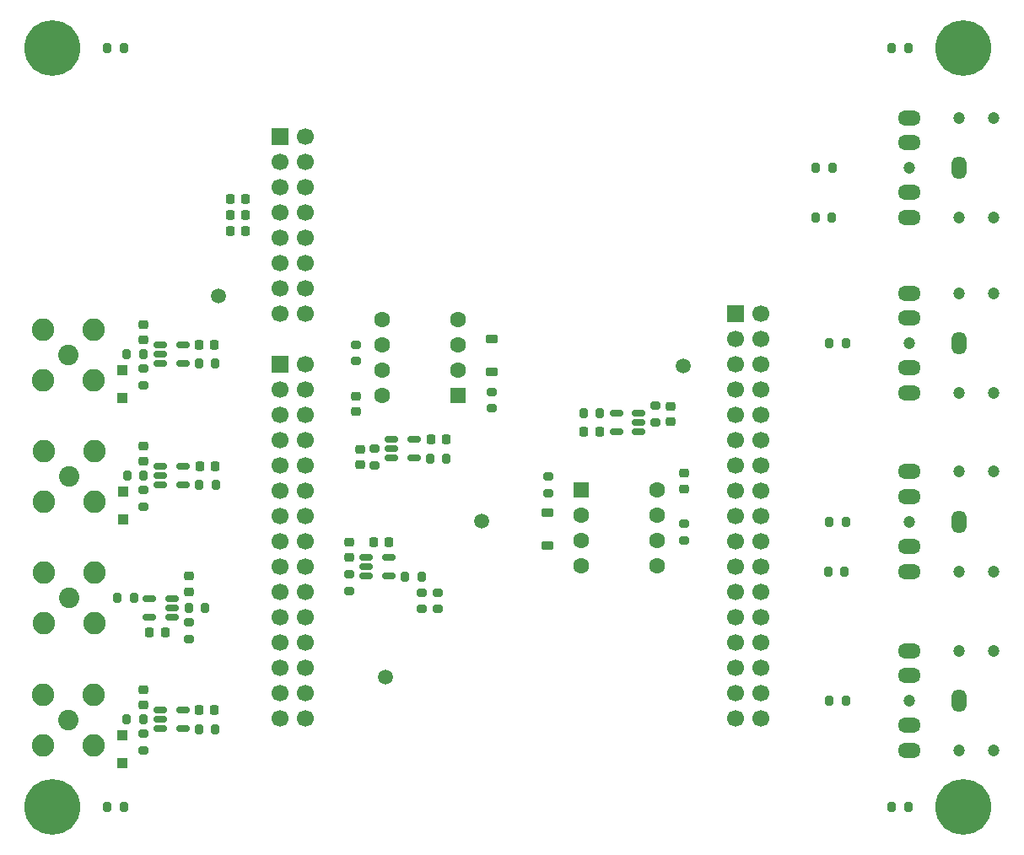
<source format=gbr>
%TF.GenerationSoftware,KiCad,Pcbnew,9.0.2*%
%TF.CreationDate,2025-06-26T21:31:22-07:00*%
%TF.ProjectId,tdm_b1,74646d5f-6231-42e6-9b69-6361645f7063,rev?*%
%TF.SameCoordinates,Original*%
%TF.FileFunction,Soldermask,Top*%
%TF.FilePolarity,Negative*%
%FSLAX46Y46*%
G04 Gerber Fmt 4.6, Leading zero omitted, Abs format (unit mm)*
G04 Created by KiCad (PCBNEW 9.0.2) date 2025-06-26 21:31:22*
%MOMM*%
%LPD*%
G01*
G04 APERTURE LIST*
G04 Aperture macros list*
%AMRoundRect*
0 Rectangle with rounded corners*
0 $1 Rounding radius*
0 $2 $3 $4 $5 $6 $7 $8 $9 X,Y pos of 4 corners*
0 Add a 4 corners polygon primitive as box body*
4,1,4,$2,$3,$4,$5,$6,$7,$8,$9,$2,$3,0*
0 Add four circle primitives for the rounded corners*
1,1,$1+$1,$2,$3*
1,1,$1+$1,$4,$5*
1,1,$1+$1,$6,$7*
1,1,$1+$1,$8,$9*
0 Add four rect primitives between the rounded corners*
20,1,$1+$1,$2,$3,$4,$5,0*
20,1,$1+$1,$4,$5,$6,$7,0*
20,1,$1+$1,$6,$7,$8,$9,0*
20,1,$1+$1,$8,$9,$2,$3,0*%
G04 Aperture macros list end*
%ADD10C,5.600000*%
%ADD11RoundRect,0.200000X0.275000X-0.200000X0.275000X0.200000X-0.275000X0.200000X-0.275000X-0.200000X0*%
%ADD12RoundRect,0.150000X-0.512500X-0.150000X0.512500X-0.150000X0.512500X0.150000X-0.512500X0.150000X0*%
%ADD13C,2.050000*%
%ADD14C,2.250000*%
%ADD15RoundRect,0.250000X-0.300000X0.300000X-0.300000X-0.300000X0.300000X-0.300000X0.300000X0.300000X0*%
%ADD16RoundRect,0.225000X0.250000X-0.225000X0.250000X0.225000X-0.250000X0.225000X-0.250000X-0.225000X0*%
%ADD17RoundRect,0.225000X0.225000X0.250000X-0.225000X0.250000X-0.225000X-0.250000X0.225000X-0.250000X0*%
%ADD18RoundRect,0.225000X-0.250000X0.225000X-0.250000X-0.225000X0.250000X-0.225000X0.250000X0.225000X0*%
%ADD19RoundRect,0.200000X-0.200000X-0.275000X0.200000X-0.275000X0.200000X0.275000X-0.200000X0.275000X0*%
%ADD20RoundRect,0.225000X-0.225000X-0.250000X0.225000X-0.250000X0.225000X0.250000X-0.225000X0.250000X0*%
%ADD21C,1.200000*%
%ADD22O,2.300000X1.500000*%
%ADD23O,1.500000X2.300000*%
%ADD24R,1.700000X1.700000*%
%ADD25C,1.700000*%
%ADD26RoundRect,0.150000X0.512500X0.150000X-0.512500X0.150000X-0.512500X-0.150000X0.512500X-0.150000X0*%
%ADD27RoundRect,0.200000X-0.275000X0.200000X-0.275000X-0.200000X0.275000X-0.200000X0.275000X0.200000X0*%
%ADD28RoundRect,0.200000X0.200000X0.275000X-0.200000X0.275000X-0.200000X-0.275000X0.200000X-0.275000X0*%
%ADD29C,1.500000*%
%ADD30RoundRect,0.225000X0.375000X-0.225000X0.375000X0.225000X-0.375000X0.225000X-0.375000X-0.225000X0*%
%ADD31RoundRect,0.250000X0.550000X0.550000X-0.550000X0.550000X-0.550000X-0.550000X0.550000X-0.550000X0*%
%ADD32C,1.600000*%
%ADD33RoundRect,0.225000X-0.375000X0.225000X-0.375000X-0.225000X0.375000X-0.225000X0.375000X0.225000X0*%
%ADD34RoundRect,0.250000X-0.550000X-0.550000X0.550000X-0.550000X0.550000X0.550000X-0.550000X0.550000X0*%
G04 APERTURE END LIST*
D10*
%TO.C,H2*%
X185420000Y-143510000D03*
%TD*%
D11*
%TO.C,R39*%
X143733600Y-112026200D03*
X143733600Y-110376200D03*
%TD*%
D12*
%TO.C,U9*%
X128001600Y-106608800D03*
X128001600Y-107558800D03*
X128001600Y-108508800D03*
X130276600Y-108508800D03*
X130276600Y-106608800D03*
%TD*%
D13*
%TO.C,J11*%
X95631200Y-98132600D03*
D14*
X93091200Y-95592600D03*
X93091200Y-100672600D03*
X98171200Y-95592600D03*
X98171200Y-100672600D03*
%TD*%
D15*
%TO.C,D1*%
X101079200Y-111845600D03*
X101079200Y-114645600D03*
%TD*%
%TO.C,D2*%
X101041400Y-99653600D03*
X101041400Y-102453600D03*
%TD*%
D16*
%TO.C,C28*%
X157398800Y-111582800D03*
X157398800Y-110032800D03*
%TD*%
D17*
%TO.C,C29*%
X113360200Y-84124800D03*
X111810200Y-84124800D03*
%TD*%
D10*
%TO.C,H3*%
X185420000Y-67310000D03*
%TD*%
D18*
%TO.C,C33*%
X124439600Y-102285200D03*
X124439600Y-103835200D03*
%TD*%
D19*
%TO.C,R49*%
X170625000Y-79320400D03*
X172275000Y-79320400D03*
%TD*%
D20*
%TO.C,C35*%
X131957900Y-106593600D03*
X133507900Y-106593600D03*
%TD*%
D19*
%TO.C,R28*%
X101461000Y-134762400D03*
X103111000Y-134762400D03*
%TD*%
D10*
%TO.C,H4*%
X93980000Y-67310000D03*
%TD*%
D21*
%TO.C,J4*%
X188471800Y-74320400D03*
X184971800Y-74320400D03*
X179971800Y-79320400D03*
X188471800Y-84320400D03*
X184971800Y-84320400D03*
D22*
X179971800Y-76820400D03*
X179971800Y-81820400D03*
X179971800Y-84320400D03*
D23*
X184971800Y-79320400D03*
D22*
X179971800Y-74320400D03*
%TD*%
D19*
%TO.C,R48*%
X171971200Y-114873400D03*
X173621200Y-114873400D03*
%TD*%
D24*
%TO.C,J9*%
X116840000Y-99060000D03*
D25*
X119380000Y-99060000D03*
X116840000Y-101600000D03*
X119380000Y-101600000D03*
X116840000Y-104140000D03*
X119380000Y-104140000D03*
X116840000Y-106680000D03*
X119380000Y-106680000D03*
X116840000Y-109220000D03*
X119380000Y-109220000D03*
X116840000Y-111760000D03*
X119380000Y-111760000D03*
X116840000Y-114300000D03*
X119380000Y-114300000D03*
X116840000Y-116840000D03*
X119380000Y-116840000D03*
X116840000Y-119380000D03*
X119380000Y-119380000D03*
X116840000Y-121920000D03*
X119380000Y-121920000D03*
X116840000Y-124460000D03*
X119380000Y-124460000D03*
X116840000Y-127000000D03*
X119380000Y-127000000D03*
X116840000Y-129540000D03*
X119380000Y-129540000D03*
X116840000Y-132080000D03*
X119380000Y-132080000D03*
X116840000Y-134620000D03*
X119380000Y-134620000D03*
%TD*%
D19*
%TO.C,R27*%
X108687800Y-99034600D03*
X110337800Y-99034600D03*
%TD*%
D26*
%TO.C,U7*%
X152857200Y-105867200D03*
X152857200Y-104917200D03*
X152857200Y-103967200D03*
X150582200Y-103967200D03*
X150582200Y-105867200D03*
%TD*%
D16*
%TO.C,C17*%
X103136600Y-108826600D03*
X103136600Y-107276600D03*
%TD*%
D19*
%TO.C,R3*%
X99505000Y-143510000D03*
X101155000Y-143510000D03*
%TD*%
%TO.C,R51*%
X131908700Y-108524000D03*
X133558700Y-108524000D03*
%TD*%
D16*
%TO.C,C25*%
X123799600Y-118478400D03*
X123799600Y-116928400D03*
%TD*%
D24*
%TO.C,J8*%
X116840000Y-76200000D03*
D25*
X119380000Y-76200000D03*
X116840000Y-78740000D03*
X119380000Y-78740000D03*
X116840000Y-81280000D03*
X119380000Y-81280000D03*
X116840000Y-83820000D03*
X119380000Y-83820000D03*
X116840000Y-86360000D03*
X119380000Y-86360000D03*
X116840000Y-88900000D03*
X119380000Y-88900000D03*
X116840000Y-91440000D03*
X119380000Y-91440000D03*
X116840000Y-93980000D03*
X119380000Y-93980000D03*
%TD*%
D26*
%TO.C,U5*%
X106026700Y-124485600D03*
X106026700Y-123535600D03*
X106026700Y-122585600D03*
X103751700Y-122585600D03*
X103751700Y-124485600D03*
%TD*%
D12*
%TO.C,U6*%
X125494700Y-118442400D03*
X125494700Y-119392400D03*
X125494700Y-120342400D03*
X127769700Y-120342400D03*
X127769700Y-118442400D03*
%TD*%
D21*
%TO.C,J2*%
X188471800Y-109873400D03*
X184971800Y-109873400D03*
X179971800Y-114873400D03*
X188471800Y-119873400D03*
X184971800Y-119873400D03*
D22*
X179971800Y-112373400D03*
X179971800Y-117373400D03*
X179971800Y-119873400D03*
D23*
X184971800Y-114873400D03*
D22*
X179971800Y-109873400D03*
%TD*%
D11*
%TO.C,R45*%
X124439600Y-98754200D03*
X124439600Y-97104200D03*
%TD*%
D17*
%TO.C,C26*%
X127801200Y-116928600D03*
X126251200Y-116928600D03*
%TD*%
D11*
%TO.C,R26*%
X103098800Y-101167200D03*
X103098800Y-99517200D03*
%TD*%
D27*
%TO.C,R40*%
X157398800Y-115113800D03*
X157398800Y-116763800D03*
%TD*%
D28*
%TO.C,R5*%
X179895000Y-67310000D03*
X178245000Y-67310000D03*
%TD*%
%TO.C,R33*%
X102170400Y-122570400D03*
X100520400Y-122570400D03*
%TD*%
D11*
%TO.C,R29*%
X103098800Y-137834800D03*
X103098800Y-136184800D03*
%TD*%
D17*
%TO.C,C30*%
X113360200Y-82499200D03*
X111810200Y-82499200D03*
%TD*%
%TO.C,C27*%
X113360200Y-85725000D03*
X111810200Y-85725000D03*
%TD*%
D29*
%TO.C,TP2*%
X110693200Y-92202000D03*
%TD*%
D16*
%TO.C,C31*%
X156012300Y-104867000D03*
X156012300Y-103317000D03*
%TD*%
D19*
%TO.C,R24*%
X108725600Y-111226600D03*
X110375600Y-111226600D03*
%TD*%
D28*
%TO.C,R38*%
X173494200Y-119888000D03*
X171844200Y-119888000D03*
%TD*%
D16*
%TO.C,C23*%
X107708600Y-121897600D03*
X107708600Y-120347600D03*
%TD*%
D19*
%TO.C,R22*%
X101498800Y-110286800D03*
X103148800Y-110286800D03*
%TD*%
D11*
%TO.C,R23*%
X103136600Y-113359200D03*
X103136600Y-111709200D03*
%TD*%
D20*
%TO.C,C22*%
X108724600Y-133797200D03*
X110274600Y-133797200D03*
%TD*%
D19*
%TO.C,R50*%
X171971200Y-96930200D03*
X173621200Y-96930200D03*
%TD*%
D15*
%TO.C,D3*%
X101041400Y-136321200D03*
X101041400Y-139121200D03*
%TD*%
D19*
%TO.C,R36*%
X129388600Y-120383000D03*
X131038600Y-120383000D03*
%TD*%
D12*
%TO.C,U3*%
X104806100Y-97119400D03*
X104806100Y-98069400D03*
X104806100Y-99019400D03*
X107081100Y-99019400D03*
X107081100Y-97119400D03*
%TD*%
D21*
%TO.C,J3*%
X188471800Y-127842000D03*
X184971800Y-127842000D03*
X179971800Y-132842000D03*
X188471800Y-137842000D03*
X184971800Y-137842000D03*
D22*
X179971800Y-130342000D03*
X179971800Y-135342000D03*
X179971800Y-137842000D03*
D23*
X184971800Y-132842000D03*
D22*
X179971800Y-127842000D03*
%TD*%
D29*
%TO.C,TP3*%
X157276800Y-99263200D03*
%TD*%
D16*
%TO.C,C21*%
X103098800Y-133302200D03*
X103098800Y-131752200D03*
%TD*%
D29*
%TO.C,TP4*%
X137058400Y-114858800D03*
%TD*%
D19*
%TO.C,R47*%
X171971200Y-132867400D03*
X173621200Y-132867400D03*
%TD*%
D17*
%TO.C,C32*%
X148900900Y-105882400D03*
X147350900Y-105882400D03*
%TD*%
D28*
%TO.C,R4*%
X179895000Y-143510000D03*
X178245000Y-143510000D03*
%TD*%
D19*
%TO.C,R6*%
X99505000Y-67310000D03*
X101155000Y-67310000D03*
%TD*%
D12*
%TO.C,U2*%
X104843900Y-109311400D03*
X104843900Y-110261400D03*
X104843900Y-111211400D03*
X107118900Y-111211400D03*
X107118900Y-109311400D03*
%TD*%
D30*
%TO.C,D5*%
X138130200Y-99846400D03*
X138130200Y-96546400D03*
%TD*%
D28*
%TO.C,R31*%
X109307800Y-123510200D03*
X107657800Y-123510200D03*
%TD*%
D11*
%TO.C,R35*%
X123812800Y-121830400D03*
X123812800Y-120180400D03*
%TD*%
D20*
%TO.C,C20*%
X108724600Y-97129600D03*
X110274600Y-97129600D03*
%TD*%
D12*
%TO.C,U4*%
X104806100Y-133787000D03*
X104806100Y-134737000D03*
X104806100Y-135687000D03*
X107081100Y-135687000D03*
X107081100Y-133787000D03*
%TD*%
D27*
%TO.C,R34*%
X132638800Y-121984000D03*
X132638800Y-123634000D03*
%TD*%
D16*
%TO.C,C19*%
X103098800Y-96634600D03*
X103098800Y-95084600D03*
%TD*%
D21*
%TO.C,J5*%
X188471800Y-91930200D03*
X184971800Y-91930200D03*
X179971800Y-96930200D03*
X188471800Y-101930200D03*
X184971800Y-101930200D03*
D22*
X179971800Y-94430200D03*
X179971800Y-99430200D03*
X179971800Y-101930200D03*
D23*
X184971800Y-96930200D03*
D22*
X179971800Y-91930200D03*
%TD*%
D27*
%TO.C,R44*%
X138104800Y-101841800D03*
X138104800Y-103491800D03*
%TD*%
D20*
%TO.C,C18*%
X108762400Y-109321600D03*
X110312400Y-109321600D03*
%TD*%
D13*
%TO.C,J10*%
X95669000Y-110324600D03*
D14*
X93129000Y-107784600D03*
X93129000Y-112864600D03*
X98209000Y-107784600D03*
X98209000Y-112864600D03*
%TD*%
D10*
%TO.C,H1*%
X93980000Y-143510000D03*
%TD*%
D27*
%TO.C,R37*%
X131064000Y-121984000D03*
X131064000Y-123634000D03*
%TD*%
%TO.C,R41*%
X154513700Y-103267200D03*
X154513700Y-104917200D03*
%TD*%
D11*
%TO.C,R32*%
X107708600Y-126672000D03*
X107708600Y-125022000D03*
%TD*%
D13*
%TO.C,J13*%
X95631200Y-134800200D03*
D14*
X93091200Y-132260200D03*
X93091200Y-137340200D03*
X98171200Y-132260200D03*
X98171200Y-137340200D03*
%TD*%
D13*
%TO.C,J12*%
X95669000Y-122570400D03*
D14*
X93129000Y-120030400D03*
X93129000Y-125110400D03*
X98209000Y-120030400D03*
X98209000Y-125110400D03*
%TD*%
D31*
%TO.C,U8*%
X134747000Y-102209600D03*
D32*
X134747000Y-99669600D03*
X134747000Y-97129600D03*
X134747000Y-94589600D03*
X127127000Y-94589600D03*
X127127000Y-97129600D03*
X127127000Y-99669600D03*
X127127000Y-102209600D03*
%TD*%
D29*
%TO.C,TP1*%
X127406400Y-130505200D03*
%TD*%
D20*
%TO.C,C24*%
X103745600Y-125999400D03*
X105295600Y-125999400D03*
%TD*%
D28*
%TO.C,R43*%
X172224200Y-84378800D03*
X170574200Y-84378800D03*
%TD*%
D24*
%TO.C,J1*%
X162560000Y-93980000D03*
D25*
X165100000Y-93980000D03*
X162560000Y-96520000D03*
X165100000Y-96520000D03*
X162560000Y-99060000D03*
X165100000Y-99060000D03*
X162560000Y-101600000D03*
X165100000Y-101600000D03*
X162560000Y-104140000D03*
X165100000Y-104140000D03*
X162560000Y-106680000D03*
X165100000Y-106680000D03*
X162560000Y-109220000D03*
X165100000Y-109220000D03*
X162560000Y-111760000D03*
X165100000Y-111760000D03*
X162560000Y-114300000D03*
X165100000Y-114300000D03*
X162560000Y-116840000D03*
X165100000Y-116840000D03*
X162560000Y-119380000D03*
X165100000Y-119380000D03*
X162560000Y-121920000D03*
X165100000Y-121920000D03*
X162560000Y-124460000D03*
X165100000Y-124460000D03*
X162560000Y-127000000D03*
X165100000Y-127000000D03*
X162560000Y-129540000D03*
X165100000Y-129540000D03*
X162560000Y-132080000D03*
X165100000Y-132080000D03*
X162560000Y-134620000D03*
X165100000Y-134620000D03*
%TD*%
D28*
%TO.C,R42*%
X148950100Y-103952000D03*
X147300100Y-103952000D03*
%TD*%
D33*
%TO.C,D4*%
X143708200Y-114021600D03*
X143708200Y-117321600D03*
%TD*%
D19*
%TO.C,R25*%
X101461000Y-98094800D03*
X103111000Y-98094800D03*
%TD*%
D34*
%TO.C,U1*%
X147091400Y-111658400D03*
D32*
X147091400Y-114198400D03*
X147091400Y-116738400D03*
X147091400Y-119278400D03*
X154711400Y-119278400D03*
X154711400Y-116738400D03*
X154711400Y-114198400D03*
X154711400Y-111658400D03*
%TD*%
D11*
%TO.C,R46*%
X126345100Y-109208800D03*
X126345100Y-107558800D03*
%TD*%
D19*
%TO.C,R30*%
X108687800Y-135702200D03*
X110337800Y-135702200D03*
%TD*%
D18*
%TO.C,C34*%
X124846500Y-107609000D03*
X124846500Y-109159000D03*
%TD*%
M02*

</source>
